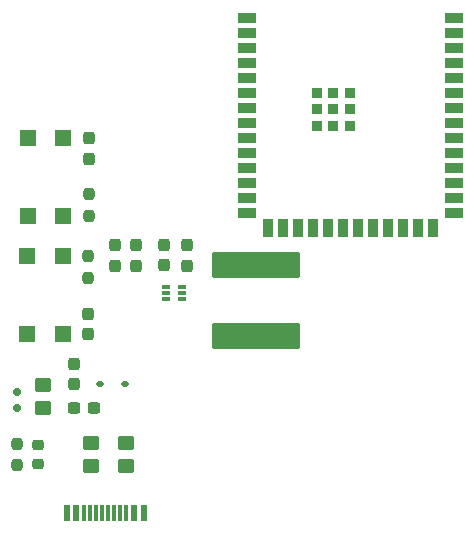
<source format=gbr>
%TF.GenerationSoftware,KiCad,Pcbnew,9.0.5*%
%TF.CreationDate,2026-01-05T22:54:41+05:30*%
%TF.ProjectId,Dietarium,44696574-6172-4697-956d-2e6b69636164,rev?*%
%TF.SameCoordinates,Original*%
%TF.FileFunction,Paste,Top*%
%TF.FilePolarity,Positive*%
%FSLAX46Y46*%
G04 Gerber Fmt 4.6, Leading zero omitted, Abs format (unit mm)*
G04 Created by KiCad (PCBNEW 9.0.5) date 2026-01-05 22:54:41*
%MOMM*%
%LPD*%
G01*
G04 APERTURE LIST*
G04 Aperture macros list*
%AMRoundRect*
0 Rectangle with rounded corners*
0 $1 Rounding radius*
0 $2 $3 $4 $5 $6 $7 $8 $9 X,Y pos of 4 corners*
0 Add a 4 corners polygon primitive as box body*
4,1,4,$2,$3,$4,$5,$6,$7,$8,$9,$2,$3,0*
0 Add four circle primitives for the rounded corners*
1,1,$1+$1,$2,$3*
1,1,$1+$1,$4,$5*
1,1,$1+$1,$6,$7*
1,1,$1+$1,$8,$9*
0 Add four rect primitives between the rounded corners*
20,1,$1+$1,$2,$3,$4,$5,0*
20,1,$1+$1,$4,$5,$6,$7,0*
20,1,$1+$1,$6,$7,$8,$9,0*
20,1,$1+$1,$8,$9,$2,$3,0*%
G04 Aperture macros list end*
%ADD10RoundRect,0.237500X0.237500X-0.250000X0.237500X0.250000X-0.237500X0.250000X-0.237500X-0.250000X0*%
%ADD11R,1.400000X1.400000*%
%ADD12RoundRect,0.237500X0.237500X-0.300000X0.237500X0.300000X-0.237500X0.300000X-0.237500X-0.300000X0*%
%ADD13RoundRect,0.112500X0.187500X0.112500X-0.187500X0.112500X-0.187500X-0.112500X0.187500X-0.112500X0*%
%ADD14RoundRect,0.150000X0.200000X-0.150000X0.200000X0.150000X-0.200000X0.150000X-0.200000X-0.150000X0*%
%ADD15RoundRect,0.218750X0.256250X-0.218750X0.256250X0.218750X-0.256250X0.218750X-0.256250X-0.218750X0*%
%ADD16RoundRect,0.237500X-0.300000X-0.237500X0.300000X-0.237500X0.300000X0.237500X-0.300000X0.237500X0*%
%ADD17R,0.600000X1.450000*%
%ADD18R,0.300000X1.450000*%
%ADD19RoundRect,0.237500X-0.237500X0.250000X-0.237500X-0.250000X0.237500X-0.250000X0.237500X0.250000X0*%
%ADD20RoundRect,0.250000X0.450000X-0.350000X0.450000X0.350000X-0.450000X0.350000X-0.450000X-0.350000X0*%
%ADD21RoundRect,0.087500X-0.250000X-0.087500X0.250000X-0.087500X0.250000X0.087500X-0.250000X0.087500X0*%
%ADD22RoundRect,0.249999X3.500001X-0.850001X3.500001X0.850001X-3.500001X0.850001X-3.500001X-0.850001X0*%
%ADD23RoundRect,0.237500X-0.237500X0.300000X-0.237500X-0.300000X0.237500X-0.300000X0.237500X0.300000X0*%
%ADD24R,0.900000X0.900000*%
%ADD25R,1.500000X0.900000*%
%ADD26R,0.900000X1.500000*%
G04 APERTURE END LIST*
D10*
%TO.C,R7*%
X58496419Y-97397702D03*
X58496419Y-95572702D03*
%TD*%
D11*
%TO.C,S2*%
X62389930Y-79672390D03*
X62389930Y-86272390D03*
X59389930Y-79672390D03*
X59389930Y-86272390D03*
%TD*%
D12*
%TO.C,C9*%
X64499450Y-86299999D03*
X64499450Y-84574999D03*
%TD*%
D13*
%TO.C,D1*%
X67661201Y-90552045D03*
X65561201Y-90552045D03*
%TD*%
D14*
%TO.C,D2*%
X58473739Y-91173602D03*
X58473739Y-92573602D03*
%TD*%
D12*
%TO.C,C2*%
X63313430Y-90563180D03*
X63313430Y-88838180D03*
%TD*%
%TO.C,C6*%
X70985203Y-80487431D03*
X70985203Y-78762431D03*
%TD*%
D15*
%TO.C,D5*%
X60289913Y-97296350D03*
X60289913Y-95721350D03*
%TD*%
D12*
%TO.C,C5*%
X72890135Y-80490536D03*
X72890135Y-78765536D03*
%TD*%
D11*
%TO.C,S1*%
X62400000Y-69712500D03*
X62400000Y-76312500D03*
X59400000Y-69712500D03*
X59400000Y-76312500D03*
%TD*%
D10*
%TO.C,R8*%
X64493423Y-81541970D03*
X64493423Y-79716970D03*
%TD*%
D16*
%TO.C,C1*%
X63330923Y-92569729D03*
X65055923Y-92569729D03*
%TD*%
D17*
%TO.C,J1*%
X62714425Y-101419589D03*
X63514425Y-101419589D03*
D18*
X64714425Y-101419589D03*
X65714425Y-101419589D03*
X66214425Y-101419589D03*
X67214425Y-101419589D03*
D17*
X68414425Y-101419589D03*
X69214425Y-101419589D03*
X69214425Y-101419589D03*
X68414425Y-101419589D03*
D18*
X67714425Y-101419589D03*
X66714425Y-101419589D03*
X65214425Y-101419589D03*
X64214425Y-101419589D03*
D17*
X63514425Y-101419589D03*
X62714425Y-101419589D03*
%TD*%
D19*
%TO.C,R9*%
X64566746Y-74454108D03*
X64566746Y-76279108D03*
%TD*%
D12*
%TO.C,C3*%
X68591634Y-80502909D03*
X68591634Y-78777909D03*
%TD*%
D20*
%TO.C,R2*%
X64749746Y-97488783D03*
X64749746Y-95488783D03*
%TD*%
D21*
%TO.C,U1*%
X71086767Y-82299165D03*
X71086767Y-82799165D03*
X71086767Y-83299165D03*
X72511767Y-83299165D03*
X72511767Y-82799165D03*
X72511767Y-82299165D03*
%TD*%
D20*
%TO.C,R1*%
X67697248Y-97495194D03*
X67697248Y-95495194D03*
%TD*%
D12*
%TO.C,C4*%
X66791634Y-80502909D03*
X66791634Y-78777909D03*
%TD*%
D22*
%TO.C,L1*%
X78699049Y-86468132D03*
X78699049Y-80468132D03*
%TD*%
D23*
%TO.C,C10*%
X64588545Y-69726520D03*
X64588545Y-71451520D03*
%TD*%
D20*
%TO.C,FB1*%
X60697023Y-92568007D03*
X60697023Y-90568007D03*
%TD*%
D24*
%TO.C,U2*%
X83863107Y-65848879D03*
X83863107Y-67248879D03*
X83863107Y-68648879D03*
X85263107Y-65848879D03*
X85263107Y-67248879D03*
X85263107Y-68648879D03*
X86663107Y-65848879D03*
X86663107Y-67248879D03*
X86663107Y-68648879D03*
D25*
X78013107Y-59528879D03*
X78013107Y-60798879D03*
X78013107Y-62068879D03*
X78013107Y-63338879D03*
X78013107Y-64608879D03*
X78013107Y-65878879D03*
X78013107Y-67148879D03*
X78013107Y-68418879D03*
X78013107Y-69688879D03*
X78013107Y-70958879D03*
X78013107Y-72228879D03*
X78013107Y-73498879D03*
X78013107Y-74768879D03*
X78013107Y-76038879D03*
D26*
X79778107Y-77288879D03*
X81048107Y-77288879D03*
X82318107Y-77288879D03*
X83588107Y-77288879D03*
X84858107Y-77288879D03*
X86128107Y-77288879D03*
X87398107Y-77288879D03*
X88668107Y-77288879D03*
X89938107Y-77288879D03*
X91208107Y-77288879D03*
X92478107Y-77288879D03*
X93748107Y-77288879D03*
D25*
X95513107Y-76038879D03*
X95513107Y-74768879D03*
X95513107Y-73498879D03*
X95513107Y-72228879D03*
X95513107Y-70958879D03*
X95513107Y-69688879D03*
X95513107Y-68418879D03*
X95513107Y-67148879D03*
X95513107Y-65878879D03*
X95513107Y-64608879D03*
X95513107Y-63338879D03*
X95513107Y-62068879D03*
X95513107Y-60798879D03*
X95513107Y-59528879D03*
%TD*%
M02*

</source>
